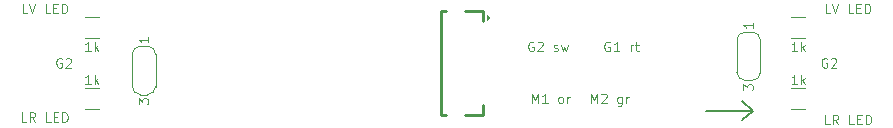
<source format=gto>
%TF.GenerationSoftware,KiCad,Pcbnew,(5.1.10-1-10_14)*%
%TF.CreationDate,2022-10-05T19:31:58+02:00*%
%TF.ProjectId,MTX2959,4d545832-3935-4392-9e6b-696361645f70,1.0*%
%TF.SameCoordinates,Original*%
%TF.FileFunction,Legend,Top*%
%TF.FilePolarity,Positive*%
%FSLAX46Y46*%
G04 Gerber Fmt 4.6, Leading zero omitted, Abs format (unit mm)*
G04 Created by KiCad (PCBNEW (5.1.10-1-10_14)) date 2022-10-05 19:31:58*
%MOMM*%
%LPD*%
G01*
G04 APERTURE LIST*
%ADD10C,0.150000*%
%ADD11C,0.254000*%
%ADD12C,0.120000*%
%ADD13R,1.150000X1.100000*%
%ADD14R,1.250000X0.300000*%
%ADD15R,1.500000X1.000000*%
%ADD16R,1.500000X1.300000*%
%ADD17R,2.000000X2.500000*%
%ADD18R,2.500000X2.500000*%
%ADD19R,2.500000X2.000000*%
%ADD20C,5.000000*%
G04 APERTURE END LIST*
D10*
X138000000Y-90000000D02*
X137000000Y-90800000D01*
X137000000Y-89200000D02*
X138000000Y-90000000D01*
X134000000Y-90000000D02*
X138000000Y-90000000D01*
D11*
%TO.C,J1*%
X113578000Y-90385000D02*
X115089000Y-90385000D01*
X115089000Y-90385000D02*
X115089000Y-89556000D01*
X111572000Y-90385000D02*
X112012000Y-90385000D01*
X111572000Y-90385000D02*
X111572000Y-81615000D01*
X113578000Y-81615000D02*
X115097000Y-81615000D01*
X115097000Y-81615000D02*
X115097000Y-82460000D01*
X111572000Y-81615000D02*
X112012000Y-81615000D01*
D10*
G36*
X115415000Y-81932000D02*
G01*
X115796000Y-82150000D01*
X115415000Y-82404000D01*
X115415000Y-81932000D01*
G37*
D12*
%TO.C,JP1*%
X138600000Y-84000000D02*
X138600000Y-86800000D01*
X137900000Y-87450000D02*
X137300000Y-87450000D01*
X136600000Y-86800000D02*
X136600000Y-84000000D01*
X137300000Y-83350000D02*
X137900000Y-83350000D01*
X138600000Y-86750000D02*
G75*
G02*
X137900000Y-87450000I-700000J0D01*
G01*
X137300000Y-87450000D02*
G75*
G02*
X136600000Y-86750000I0J700000D01*
G01*
X136600000Y-84050000D02*
G75*
G02*
X137300000Y-83350000I700000J0D01*
G01*
X137900000Y-83350000D02*
G75*
G02*
X138600000Y-84050000I0J-700000D01*
G01*
%TO.C,JP2*%
X86100000Y-84550000D02*
X86700000Y-84550000D01*
X85400000Y-88000000D02*
X85400000Y-85200000D01*
X86700000Y-88650000D02*
X86100000Y-88650000D01*
X87400000Y-85200000D02*
X87400000Y-88000000D01*
X86700000Y-84550000D02*
G75*
G02*
X87400000Y-85250000I0J-700000D01*
G01*
X85400000Y-85250000D02*
G75*
G02*
X86100000Y-84550000I700000J0D01*
G01*
X86100000Y-88650000D02*
G75*
G02*
X85400000Y-87950000I0J700000D01*
G01*
X87400000Y-87950000D02*
G75*
G02*
X86700000Y-88650000I-700000J0D01*
G01*
%TO.C,R1*%
X142400000Y-83880000D02*
X141200000Y-83880000D01*
X141200000Y-82120000D02*
X142400000Y-82120000D01*
%TO.C,R2*%
X141200000Y-88120000D02*
X142400000Y-88120000D01*
X142400000Y-89880000D02*
X141200000Y-89880000D01*
%TO.C,R3*%
X81400000Y-88120000D02*
X82600000Y-88120000D01*
X82600000Y-89880000D02*
X81400000Y-89880000D01*
%TO.C,R4*%
X82600000Y-83880000D02*
X81400000Y-83880000D01*
X81400000Y-82120000D02*
X82600000Y-82120000D01*
%TO.C,JP1*%
X137161904Y-88266666D02*
X137161904Y-87771428D01*
X137466666Y-88038095D01*
X137466666Y-87923809D01*
X137504761Y-87847619D01*
X137542857Y-87809523D01*
X137619047Y-87771428D01*
X137809523Y-87771428D01*
X137885714Y-87809523D01*
X137923809Y-87847619D01*
X137961904Y-87923809D01*
X137961904Y-88152380D01*
X137923809Y-88228571D01*
X137885714Y-88266666D01*
X137961904Y-82571428D02*
X137961904Y-83028571D01*
X137961904Y-82800000D02*
X137161904Y-82800000D01*
X137276190Y-82876190D01*
X137352380Y-82952380D01*
X137390476Y-83028571D01*
%TO.C,JP2*%
X86761904Y-83771428D02*
X86761904Y-84228571D01*
X86761904Y-84000000D02*
X85961904Y-84000000D01*
X86076190Y-84076190D01*
X86152380Y-84152380D01*
X86190476Y-84228571D01*
X85961904Y-89466666D02*
X85961904Y-88971428D01*
X86266666Y-89238095D01*
X86266666Y-89123809D01*
X86304761Y-89047619D01*
X86342857Y-89009523D01*
X86419047Y-88971428D01*
X86609523Y-88971428D01*
X86685714Y-89009523D01*
X86723809Y-89047619D01*
X86761904Y-89123809D01*
X86761904Y-89352380D01*
X86723809Y-89428571D01*
X86685714Y-89466666D01*
%TO.C,R1*%
X141704761Y-84961904D02*
X141247619Y-84961904D01*
X141476190Y-84961904D02*
X141476190Y-84161904D01*
X141400000Y-84276190D01*
X141323809Y-84352380D01*
X141247619Y-84390476D01*
X142047619Y-84961904D02*
X142047619Y-84161904D01*
X142123809Y-84657142D02*
X142352380Y-84961904D01*
X142352380Y-84428571D02*
X142047619Y-84733333D01*
%TO.C,R2*%
X141704761Y-87761904D02*
X141247619Y-87761904D01*
X141476190Y-87761904D02*
X141476190Y-86961904D01*
X141400000Y-87076190D01*
X141323809Y-87152380D01*
X141247619Y-87190476D01*
X142047619Y-87761904D02*
X142047619Y-86961904D01*
X142123809Y-87457142D02*
X142352380Y-87761904D01*
X142352380Y-87228571D02*
X142047619Y-87533333D01*
%TO.C,R3*%
X81904761Y-87761904D02*
X81447619Y-87761904D01*
X81676190Y-87761904D02*
X81676190Y-86961904D01*
X81600000Y-87076190D01*
X81523809Y-87152380D01*
X81447619Y-87190476D01*
X82247619Y-87761904D02*
X82247619Y-86961904D01*
X82323809Y-87457142D02*
X82552380Y-87761904D01*
X82552380Y-87228571D02*
X82247619Y-87533333D01*
%TO.C,R4*%
X81904761Y-84961904D02*
X81447619Y-84961904D01*
X81676190Y-84961904D02*
X81676190Y-84161904D01*
X81600000Y-84276190D01*
X81523809Y-84352380D01*
X81447619Y-84390476D01*
X82247619Y-84961904D02*
X82247619Y-84161904D01*
X82323809Y-84657142D02*
X82552380Y-84961904D01*
X82552380Y-84428571D02*
X82247619Y-84733333D01*
%TO.C,J11*%
X125847619Y-84200000D02*
X125771428Y-84161904D01*
X125657142Y-84161904D01*
X125542857Y-84200000D01*
X125466666Y-84276190D01*
X125428571Y-84352380D01*
X125390476Y-84504761D01*
X125390476Y-84619047D01*
X125428571Y-84771428D01*
X125466666Y-84847619D01*
X125542857Y-84923809D01*
X125657142Y-84961904D01*
X125733333Y-84961904D01*
X125847619Y-84923809D01*
X125885714Y-84885714D01*
X125885714Y-84619047D01*
X125733333Y-84619047D01*
X126647619Y-84961904D02*
X126190476Y-84961904D01*
X126419047Y-84961904D02*
X126419047Y-84161904D01*
X126342857Y-84276190D01*
X126266666Y-84352380D01*
X126190476Y-84390476D01*
X127600000Y-84961904D02*
X127600000Y-84428571D01*
X127600000Y-84580952D02*
X127638095Y-84504761D01*
X127676190Y-84466666D01*
X127752380Y-84428571D01*
X127828571Y-84428571D01*
X127980952Y-84428571D02*
X128285714Y-84428571D01*
X128095238Y-84161904D02*
X128095238Y-84847619D01*
X128133333Y-84923809D01*
X128209523Y-84961904D01*
X128285714Y-84961904D01*
%TO.C,J13*%
X119380952Y-84200000D02*
X119304761Y-84161904D01*
X119190476Y-84161904D01*
X119076190Y-84200000D01*
X119000000Y-84276190D01*
X118961904Y-84352380D01*
X118923809Y-84504761D01*
X118923809Y-84619047D01*
X118961904Y-84771428D01*
X119000000Y-84847619D01*
X119076190Y-84923809D01*
X119190476Y-84961904D01*
X119266666Y-84961904D01*
X119380952Y-84923809D01*
X119419047Y-84885714D01*
X119419047Y-84619047D01*
X119266666Y-84619047D01*
X119723809Y-84238095D02*
X119761904Y-84200000D01*
X119838095Y-84161904D01*
X120028571Y-84161904D01*
X120104761Y-84200000D01*
X120142857Y-84238095D01*
X120180952Y-84314285D01*
X120180952Y-84390476D01*
X120142857Y-84504761D01*
X119685714Y-84961904D01*
X120180952Y-84961904D01*
X121095238Y-84923809D02*
X121171428Y-84961904D01*
X121323809Y-84961904D01*
X121400000Y-84923809D01*
X121438095Y-84847619D01*
X121438095Y-84809523D01*
X121400000Y-84733333D01*
X121323809Y-84695238D01*
X121209523Y-84695238D01*
X121133333Y-84657142D01*
X121095238Y-84580952D01*
X121095238Y-84542857D01*
X121133333Y-84466666D01*
X121209523Y-84428571D01*
X121323809Y-84428571D01*
X121400000Y-84466666D01*
X121704761Y-84428571D02*
X121857142Y-84961904D01*
X122009523Y-84580952D01*
X122161904Y-84961904D01*
X122314285Y-84428571D01*
%TO.C,J21*%
X119238095Y-89361904D02*
X119238095Y-88561904D01*
X119504761Y-89133333D01*
X119771428Y-88561904D01*
X119771428Y-89361904D01*
X120571428Y-89361904D02*
X120114285Y-89361904D01*
X120342857Y-89361904D02*
X120342857Y-88561904D01*
X120266666Y-88676190D01*
X120190476Y-88752380D01*
X120114285Y-88790476D01*
X121638095Y-89361904D02*
X121561904Y-89323809D01*
X121523809Y-89285714D01*
X121485714Y-89209523D01*
X121485714Y-88980952D01*
X121523809Y-88904761D01*
X121561904Y-88866666D01*
X121638095Y-88828571D01*
X121752380Y-88828571D01*
X121828571Y-88866666D01*
X121866666Y-88904761D01*
X121904761Y-88980952D01*
X121904761Y-89209523D01*
X121866666Y-89285714D01*
X121828571Y-89323809D01*
X121752380Y-89361904D01*
X121638095Y-89361904D01*
X122247619Y-89361904D02*
X122247619Y-88828571D01*
X122247619Y-88980952D02*
X122285714Y-88904761D01*
X122323809Y-88866666D01*
X122400000Y-88828571D01*
X122476190Y-88828571D01*
%TO.C,J22*%
X124238095Y-89361904D02*
X124238095Y-88561904D01*
X124504761Y-89133333D01*
X124771428Y-88561904D01*
X124771428Y-89361904D01*
X125114285Y-88638095D02*
X125152380Y-88600000D01*
X125228571Y-88561904D01*
X125419047Y-88561904D01*
X125495238Y-88600000D01*
X125533333Y-88638095D01*
X125571428Y-88714285D01*
X125571428Y-88790476D01*
X125533333Y-88904761D01*
X125076190Y-89361904D01*
X125571428Y-89361904D01*
X126866666Y-88828571D02*
X126866666Y-89476190D01*
X126828571Y-89552380D01*
X126790476Y-89590476D01*
X126714285Y-89628571D01*
X126600000Y-89628571D01*
X126523809Y-89590476D01*
X126866666Y-89323809D02*
X126790476Y-89361904D01*
X126638095Y-89361904D01*
X126561904Y-89323809D01*
X126523809Y-89285714D01*
X126485714Y-89209523D01*
X126485714Y-88980952D01*
X126523809Y-88904761D01*
X126561904Y-88866666D01*
X126638095Y-88828571D01*
X126790476Y-88828571D01*
X126866666Y-88866666D01*
X127247619Y-89361904D02*
X127247619Y-88828571D01*
X127247619Y-88980952D02*
X127285714Y-88904761D01*
X127323809Y-88866666D01*
X127400000Y-88828571D01*
X127476190Y-88828571D01*
%TO.C,J32*%
X144514285Y-81761904D02*
X144133333Y-81761904D01*
X144133333Y-80961904D01*
X144666666Y-80961904D02*
X144933333Y-81761904D01*
X145200000Y-80961904D01*
X146457142Y-81761904D02*
X146076190Y-81761904D01*
X146076190Y-80961904D01*
X146723809Y-81342857D02*
X146990476Y-81342857D01*
X147104761Y-81761904D02*
X146723809Y-81761904D01*
X146723809Y-80961904D01*
X147104761Y-80961904D01*
X147447619Y-81761904D02*
X147447619Y-80961904D01*
X147638095Y-80961904D01*
X147752380Y-81000000D01*
X147828571Y-81076190D01*
X147866666Y-81152380D01*
X147904761Y-81304761D01*
X147904761Y-81419047D01*
X147866666Y-81571428D01*
X147828571Y-81647619D01*
X147752380Y-81723809D01*
X147638095Y-81761904D01*
X147447619Y-81761904D01*
%TO.C,J33*%
X144228571Y-85600000D02*
X144152380Y-85561904D01*
X144038095Y-85561904D01*
X143923809Y-85600000D01*
X143847619Y-85676190D01*
X143809523Y-85752380D01*
X143771428Y-85904761D01*
X143771428Y-86019047D01*
X143809523Y-86171428D01*
X143847619Y-86247619D01*
X143923809Y-86323809D01*
X144038095Y-86361904D01*
X144114285Y-86361904D01*
X144228571Y-86323809D01*
X144266666Y-86285714D01*
X144266666Y-86019047D01*
X144114285Y-86019047D01*
X144571428Y-85638095D02*
X144609523Y-85600000D01*
X144685714Y-85561904D01*
X144876190Y-85561904D01*
X144952380Y-85600000D01*
X144990476Y-85638095D01*
X145028571Y-85714285D01*
X145028571Y-85790476D01*
X144990476Y-85904761D01*
X144533333Y-86361904D01*
X145028571Y-86361904D01*
%TO.C,J34*%
X144457142Y-91161904D02*
X144076190Y-91161904D01*
X144076190Y-90361904D01*
X145180952Y-91161904D02*
X144914285Y-90780952D01*
X144723809Y-91161904D02*
X144723809Y-90361904D01*
X145028571Y-90361904D01*
X145104761Y-90400000D01*
X145142857Y-90438095D01*
X145180952Y-90514285D01*
X145180952Y-90628571D01*
X145142857Y-90704761D01*
X145104761Y-90742857D01*
X145028571Y-90780952D01*
X144723809Y-90780952D01*
X146514285Y-91161904D02*
X146133333Y-91161904D01*
X146133333Y-90361904D01*
X146780952Y-90742857D02*
X147047619Y-90742857D01*
X147161904Y-91161904D02*
X146780952Y-91161904D01*
X146780952Y-90361904D01*
X147161904Y-90361904D01*
X147504761Y-91161904D02*
X147504761Y-90361904D01*
X147695238Y-90361904D01*
X147809523Y-90400000D01*
X147885714Y-90476190D01*
X147923809Y-90552380D01*
X147961904Y-90704761D01*
X147961904Y-90819047D01*
X147923809Y-90971428D01*
X147885714Y-91047619D01*
X147809523Y-91123809D01*
X147695238Y-91161904D01*
X147504761Y-91161904D01*
%TO.C,J42*%
X76457142Y-90961904D02*
X76076190Y-90961904D01*
X76076190Y-90161904D01*
X77180952Y-90961904D02*
X76914285Y-90580952D01*
X76723809Y-90961904D02*
X76723809Y-90161904D01*
X77028571Y-90161904D01*
X77104761Y-90200000D01*
X77142857Y-90238095D01*
X77180952Y-90314285D01*
X77180952Y-90428571D01*
X77142857Y-90504761D01*
X77104761Y-90542857D01*
X77028571Y-90580952D01*
X76723809Y-90580952D01*
X78514285Y-90961904D02*
X78133333Y-90961904D01*
X78133333Y-90161904D01*
X78780952Y-90542857D02*
X79047619Y-90542857D01*
X79161904Y-90961904D02*
X78780952Y-90961904D01*
X78780952Y-90161904D01*
X79161904Y-90161904D01*
X79504761Y-90961904D02*
X79504761Y-90161904D01*
X79695238Y-90161904D01*
X79809523Y-90200000D01*
X79885714Y-90276190D01*
X79923809Y-90352380D01*
X79961904Y-90504761D01*
X79961904Y-90619047D01*
X79923809Y-90771428D01*
X79885714Y-90847619D01*
X79809523Y-90923809D01*
X79695238Y-90961904D01*
X79504761Y-90961904D01*
%TO.C,J43*%
X79428571Y-85600000D02*
X79352380Y-85561904D01*
X79238095Y-85561904D01*
X79123809Y-85600000D01*
X79047619Y-85676190D01*
X79009523Y-85752380D01*
X78971428Y-85904761D01*
X78971428Y-86019047D01*
X79009523Y-86171428D01*
X79047619Y-86247619D01*
X79123809Y-86323809D01*
X79238095Y-86361904D01*
X79314285Y-86361904D01*
X79428571Y-86323809D01*
X79466666Y-86285714D01*
X79466666Y-86019047D01*
X79314285Y-86019047D01*
X79771428Y-85638095D02*
X79809523Y-85600000D01*
X79885714Y-85561904D01*
X80076190Y-85561904D01*
X80152380Y-85600000D01*
X80190476Y-85638095D01*
X80228571Y-85714285D01*
X80228571Y-85790476D01*
X80190476Y-85904761D01*
X79733333Y-86361904D01*
X80228571Y-86361904D01*
%TO.C,J44*%
X76514285Y-81761904D02*
X76133333Y-81761904D01*
X76133333Y-80961904D01*
X76666666Y-80961904D02*
X76933333Y-81761904D01*
X77200000Y-80961904D01*
X78457142Y-81761904D02*
X78076190Y-81761904D01*
X78076190Y-80961904D01*
X78723809Y-81342857D02*
X78990476Y-81342857D01*
X79104761Y-81761904D02*
X78723809Y-81761904D01*
X78723809Y-80961904D01*
X79104761Y-80961904D01*
X79447619Y-81761904D02*
X79447619Y-80961904D01*
X79638095Y-80961904D01*
X79752380Y-81000000D01*
X79828571Y-81076190D01*
X79866666Y-81152380D01*
X79904761Y-81304761D01*
X79904761Y-81419047D01*
X79866666Y-81571428D01*
X79828571Y-81647619D01*
X79752380Y-81723809D01*
X79638095Y-81761904D01*
X79447619Y-81761904D01*
%TD*%
%LPC*%
D13*
%TO.C,J1*%
X112795000Y-81500000D03*
X112795000Y-90500000D03*
D14*
X115905000Y-89250000D03*
X115905000Y-88750000D03*
X115905000Y-88250000D03*
X115905000Y-87750000D03*
X115905000Y-87250000D03*
X115905000Y-86750000D03*
X115905000Y-86250000D03*
X115905000Y-85750000D03*
X115905000Y-85250000D03*
X115905000Y-84750000D03*
X115905000Y-84250000D03*
X115905000Y-83750000D03*
X115905000Y-83250000D03*
X115900000Y-82750000D03*
%TD*%
D10*
%TO.C,JP1*%
G36*
X136850000Y-84650000D02*
G01*
X136850000Y-84100000D01*
X136850602Y-84100000D01*
X136850602Y-84075466D01*
X136855412Y-84026635D01*
X136864984Y-83978510D01*
X136879228Y-83931555D01*
X136898005Y-83886222D01*
X136921136Y-83842949D01*
X136948396Y-83802150D01*
X136979524Y-83764221D01*
X137014221Y-83729524D01*
X137052150Y-83698396D01*
X137092949Y-83671136D01*
X137136222Y-83648005D01*
X137181555Y-83629228D01*
X137228510Y-83614984D01*
X137276635Y-83605412D01*
X137325466Y-83600602D01*
X137350000Y-83600602D01*
X137350000Y-83600000D01*
X137850000Y-83600000D01*
X137850000Y-83600602D01*
X137874534Y-83600602D01*
X137923365Y-83605412D01*
X137971490Y-83614984D01*
X138018445Y-83629228D01*
X138063778Y-83648005D01*
X138107051Y-83671136D01*
X138147850Y-83698396D01*
X138185779Y-83729524D01*
X138220476Y-83764221D01*
X138251604Y-83802150D01*
X138278864Y-83842949D01*
X138301995Y-83886222D01*
X138320772Y-83931555D01*
X138335016Y-83978510D01*
X138344588Y-84026635D01*
X138349398Y-84075466D01*
X138349398Y-84100000D01*
X138350000Y-84100000D01*
X138350000Y-84650000D01*
X136850000Y-84650000D01*
G37*
G36*
X138349398Y-86700000D02*
G01*
X138349398Y-86724534D01*
X138344588Y-86773365D01*
X138335016Y-86821490D01*
X138320772Y-86868445D01*
X138301995Y-86913778D01*
X138278864Y-86957051D01*
X138251604Y-86997850D01*
X138220476Y-87035779D01*
X138185779Y-87070476D01*
X138147850Y-87101604D01*
X138107051Y-87128864D01*
X138063778Y-87151995D01*
X138018445Y-87170772D01*
X137971490Y-87185016D01*
X137923365Y-87194588D01*
X137874534Y-87199398D01*
X137850000Y-87199398D01*
X137850000Y-87200000D01*
X137350000Y-87200000D01*
X137350000Y-87199398D01*
X137325466Y-87199398D01*
X137276635Y-87194588D01*
X137228510Y-87185016D01*
X137181555Y-87170772D01*
X137136222Y-87151995D01*
X137092949Y-87128864D01*
X137052150Y-87101604D01*
X137014221Y-87070476D01*
X136979524Y-87035779D01*
X136948396Y-86997850D01*
X136921136Y-86957051D01*
X136898005Y-86913778D01*
X136879228Y-86868445D01*
X136864984Y-86821490D01*
X136855412Y-86773365D01*
X136850602Y-86724534D01*
X136850602Y-86700000D01*
X136850000Y-86700000D01*
X136850000Y-86150000D01*
X138350000Y-86150000D01*
X138350000Y-86700000D01*
X138349398Y-86700000D01*
G37*
D15*
X137600000Y-85400000D03*
%TD*%
%TO.C,JP2*%
X86400000Y-86600000D03*
D10*
G36*
X87149398Y-87900000D02*
G01*
X87149398Y-87924534D01*
X87144588Y-87973365D01*
X87135016Y-88021490D01*
X87120772Y-88068445D01*
X87101995Y-88113778D01*
X87078864Y-88157051D01*
X87051604Y-88197850D01*
X87020476Y-88235779D01*
X86985779Y-88270476D01*
X86947850Y-88301604D01*
X86907051Y-88328864D01*
X86863778Y-88351995D01*
X86818445Y-88370772D01*
X86771490Y-88385016D01*
X86723365Y-88394588D01*
X86674534Y-88399398D01*
X86650000Y-88399398D01*
X86650000Y-88400000D01*
X86150000Y-88400000D01*
X86150000Y-88399398D01*
X86125466Y-88399398D01*
X86076635Y-88394588D01*
X86028510Y-88385016D01*
X85981555Y-88370772D01*
X85936222Y-88351995D01*
X85892949Y-88328864D01*
X85852150Y-88301604D01*
X85814221Y-88270476D01*
X85779524Y-88235779D01*
X85748396Y-88197850D01*
X85721136Y-88157051D01*
X85698005Y-88113778D01*
X85679228Y-88068445D01*
X85664984Y-88021490D01*
X85655412Y-87973365D01*
X85650602Y-87924534D01*
X85650602Y-87900000D01*
X85650000Y-87900000D01*
X85650000Y-87350000D01*
X87150000Y-87350000D01*
X87150000Y-87900000D01*
X87149398Y-87900000D01*
G37*
G36*
X85650000Y-85850000D02*
G01*
X85650000Y-85300000D01*
X85650602Y-85300000D01*
X85650602Y-85275466D01*
X85655412Y-85226635D01*
X85664984Y-85178510D01*
X85679228Y-85131555D01*
X85698005Y-85086222D01*
X85721136Y-85042949D01*
X85748396Y-85002150D01*
X85779524Y-84964221D01*
X85814221Y-84929524D01*
X85852150Y-84898396D01*
X85892949Y-84871136D01*
X85936222Y-84848005D01*
X85981555Y-84829228D01*
X86028510Y-84814984D01*
X86076635Y-84805412D01*
X86125466Y-84800602D01*
X86150000Y-84800602D01*
X86150000Y-84800000D01*
X86650000Y-84800000D01*
X86650000Y-84800602D01*
X86674534Y-84800602D01*
X86723365Y-84805412D01*
X86771490Y-84814984D01*
X86818445Y-84829228D01*
X86863778Y-84848005D01*
X86907051Y-84871136D01*
X86947850Y-84898396D01*
X86985779Y-84929524D01*
X87020476Y-84964221D01*
X87051604Y-85002150D01*
X87078864Y-85042949D01*
X87101995Y-85086222D01*
X87120772Y-85131555D01*
X87135016Y-85178510D01*
X87144588Y-85226635D01*
X87149398Y-85275466D01*
X87149398Y-85300000D01*
X87150000Y-85300000D01*
X87150000Y-85850000D01*
X85650000Y-85850000D01*
G37*
%TD*%
D16*
%TO.C,R1*%
X143150000Y-83000000D03*
X140450000Y-83000000D03*
%TD*%
%TO.C,R2*%
X140450000Y-89000000D03*
X143150000Y-89000000D03*
%TD*%
%TO.C,R3*%
X80650000Y-89000000D03*
X83350000Y-89000000D03*
%TD*%
%TO.C,R4*%
X83350000Y-83000000D03*
X80650000Y-83000000D03*
%TD*%
D17*
%TO.C,J11*%
X125200000Y-82600000D03*
%TD*%
%TO.C,J12*%
X128200000Y-82600000D03*
%TD*%
%TO.C,J13*%
X119200000Y-82600000D03*
%TD*%
%TO.C,J14*%
X122200000Y-82600000D03*
%TD*%
D18*
%TO.C,J21*%
X121400000Y-87000000D03*
%TD*%
%TO.C,J22*%
X125200000Y-87000000D03*
%TD*%
D19*
%TO.C,J32*%
X146800000Y-83000000D03*
%TD*%
%TO.C,J33*%
X146800000Y-86000000D03*
%TD*%
%TO.C,J34*%
X146800000Y-89000000D03*
%TD*%
%TO.C,J42*%
X77200000Y-89000000D03*
%TD*%
%TO.C,J43*%
X77200000Y-86000000D03*
%TD*%
%TO.C,J44*%
X77200000Y-83000000D03*
%TD*%
D20*
%TO.C,H1*%
X132000000Y-86000000D03*
%TD*%
%TO.C,H2*%
X92000000Y-86000000D03*
%TD*%
M02*

</source>
